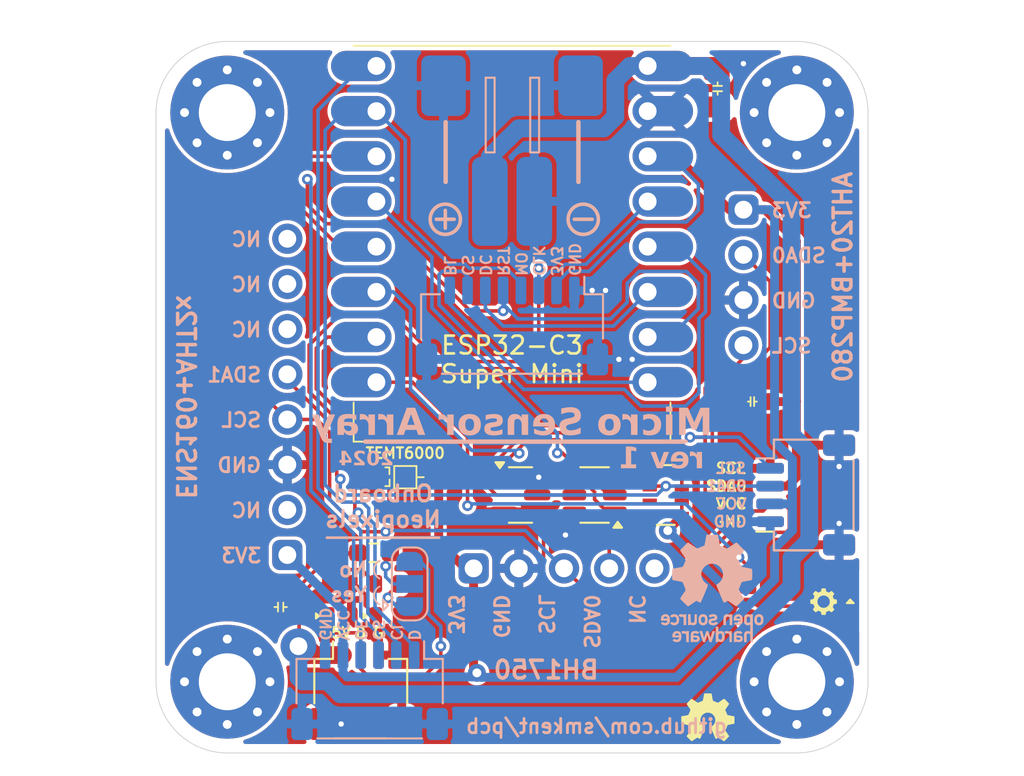
<source format=kicad_pcb>
(kicad_pcb (version 20240108) (generator "pcbnew") (generator_version "8.0")
  (layers (0 "F.Cu" signal) (31 "B.Cu" signal) (34 "B.Paste" user) (35 "F.Paste" user) (36 "B.SilkS" user "B.Silkscreen") (37 "F.SilkS" user "F.Silkscreen") (38 "B.Mask" user) (39 "F.Mask" user) (44 "Edge.Cuts" user))
  (net 0 "")
  (net 1 "LUX_SENSE")
  (net 2 "GND")
  (net 3 "+5V")
  (net 4 "Net-(LED1-A)")
  (net 5 "SEL")
  (net 6 "SDA")
  (net 7 "BUS1_SDA")
  (net 8 "BUS0_SDA")
  (net 9 "LED_STATUS")
  (net 10 "+3V3")
  (net 11 "SCL")
  (net 12 "NEOPIXEL_DATA")
  (net 13 "LCD_DC")
  (net 14 "SPI_MOSI")
  (net 15 "LCD_RESET")
  (net 16 "LCD_CS")
  (net 17 "SPI_CLK")
  (net 18 "LCD_BACKLIGHT")
  (net 19 "SR_CS")
  (net 20 "Net-(Q1A-G)")
  (net 28 "Net-(LED2-DOUT)")
  (net 29 "NEOPIXELS")
  (net 30 "Net-(JP1-C)")
  (net 31 "Net-(JP1-A)")
  (footprint "connectors:JST_SH_SM04B-SRSS-TB_1x04-1MP_P1.00mm_Horizontal" (layer "F.Cu") (at 136.5 65.5 90)
    (property "Reference" "J1")
    (property "Value" "JST SH")
  )
  (footprint "custom:R_0603_1608Metric_Pad0.98x0.95mm_HandSolder_simple" (layer "F.Cu") (at 133.25 71.5 -90)
    (property "Reference" "R1" (hide yes))
    (property "Value" "5K1")
  )
  (footprint "Package_TO_SOT_SMD:SOT-23" (layer "F.Cu") (at 120.475 65.5)
    (property "Reference" "Q2" (hide yes))
    (property "Value" "BSS138")
  )
  (footprint "custom:PinSocket_1x08_P2.54mm_Horizontal_descending_simple" (layer "F.Cu") (at 107.375 51.095)
    (property "Reference" "SM3" (hide yes))
    (property "Value" "~")
  )
  (footprint "custom:C_0603_1608Metric_Pad1.08x0.95mm_HandSolder" (layer "F.Cu") (at 133.5 60.25 180)
    (property "Reference" "C3" (hide yes))
    (property "Value" "10u")
  )
  (footprint "custom:C_0805_2012Metric_Pad1.18x1.45mm_HandSolder" (layer "F.Cu") (at 107 71.75 180)
    (property "Reference" "C2" (hide yes))
    (property "Value" "22u")
  )
  (footprint "Package_TO_SOT_SMD:SOT-23-6" (layer "F.Cu") (at 124.6375 65.5 180)
    (property "Reference" "Q1" (hide yes))
    (property "Value" "2N7002DW")
  )
  (footprint "lcsc:LED-SMD_4P-L2.0-W2.0-BR-1" (layer "F.Cu") (at 113 71.4 -90)
    (property "Reference" "LED2")
    (property "Value" "WS2812B-2020")
  )
  (footprint "Resistor_SMD:R_Array_Convex_4x0603" (layer "F.Cu") (at 128.6375 65.5)
    (property "Reference" "RN1" (hide yes))
    (property "Value" "10K")
  )
  (footprint "MountingHole:MountingHole_3.2mm_M3_Pad_Via" (layer "F.Cu") (at 136 76)
    (property "Reference" "REF**" (hide yes))
    (property "Value" "MountingHole_3.2mm_M3_Pad_Via")
  )
  (footprint "graphics:icon-gear-1.5mm" (layer "F.Cu") (at 137.5 71.5 90)
    (property "Reference" "G***" (hide yes))
    (property "Value" "LOGO" (hide yes))
  )
  (footprint "custom:R_0603_1608Metric_Pad0.98x0.95mm_HandSolder_simple" (layer "F.Cu") (at 114 66.5)
    (property "Reference" "R2" (hide yes))
    (property "Value" "10K")
  )
  (footprint "custom:PinSocket_1x05_P2.54mm_Horizontal_simple" (layer "F.Cu") (at 117.84 69.625 90)
    (property "Reference" "SM4" (hide yes))
    (property "Value" "~")
  )
  (footprint "MountingHole:MountingHole_3.2mm_M3_Pad_Via" (layer "F.Cu") (at 104 44)
    (property "Reference" "REF**" (hide yes))
    (property "Value" "MountingHole_3.2mm_M3_Pad_Via")
  )
  (footprint "lcsc:LED-SMD_4P-L2.0-W2.0-BR-1" (layer "F.Cu") (at 110.325 71.4 -90)
    (property "Reference" "LED3")
    (property "Value" "WS2812B-2020")
  )
  (footprint "MountingHole:MountingHole_3.2mm_M3_Pad_Via" (layer "F.Cu") (at 136 44)
    (property "Reference" "REF**" (hide yes))
    (property "Value" "MountingHole_3.2mm_M3_Pad_Via")
  )
  (footprint "modules:ESP32-C3-Super-Mini-Castellated-SMD" (layer "F.Cu") (at 120 49)
    (property "Reference" "SM1" (hide yes))
    (property "Value" "~")
  )
  (footprint "custom:C_0805_2012Metric_Pad1.18x1.45mm_HandSolder" (layer "F.Cu") (at 131.5 42.65 -90)
    (property "Reference" "C1" (hide yes))
    (property "Value" "22u")
  )
  (footprint "MountingHole:MountingHole_3.2mm_M3_Pad_Via" (layer "F.Cu") (at 104 76)
    (property "Reference" "REF**" (hide yes))
    (property "Value" "MountingHole_3.2mm_M3_Pad_Via")
  )
  (footprint "graphics:oshw-logo-3mm" (layer "F.Cu") (at 131 78)
    (property "Reference" "G***" (hide yes))
    (property "Value" "LOGO" (hide yes))
  )
  (footprint "custom:SENSORS-SMD_TEMT6000X01_HandSolder" (layer "F.Cu") (at 114 64.5)
    (property "Reference" "U1" (hide yes))
    (property "Value" "TEMT6000X01")
  )
  (footprint "custom:LED_0603_1608Metric_Pad1.05x0.95mm_HandSolder_simple" (layer "F.Cu") (at 139 71.5 -90)
    (property "Reference" "LED1" (hide yes))
    (property "Value" "Blue")
  )
  (footprint "Resistor_SMD:R_0603_1608Metric_Pad0.98x0.95mm_HandSolder" (layer "F.Cu") (at 112.25 68.75)
    (property "Reference" "R3" (hide yes))
    (property "Value" "100R")
  )
  (footprint "connectors:JST_SH_SM03B-SRSS-TB_1x03-1MP_P1.00mm_Horizontal" (layer "F.Cu") (at 111.5 76.5)
    (property "Reference" "J3")
    (property "Value" "JST SH")
  )
  (footprint "custom:PinSocket_1x04_P2.54mm_Horizontal_descending_simple" (layer "F.Cu") (at 133 57.08 180)
    (property "Reference" "SM2" (hide yes))
    (property "Value" "~")
  )
  (footprint "connectors:JST_SH_SM04B-SRSS-TB_1x04-1MP_P1.00mm_Horizontal" (layer "B.Cu") (at 136.5 65.5 -90)
    (property "Reference" "J2")
    (property "Value" "JST SH")
  )
  (footprint "connectors:JST_SH_SM08B-SRSS-TB_1x08-1MP_P1.00mm_Horizontal" (layer "B.Cu") (at 120 56 180)
    (property "Reference" "J4")
    (property "Value" "JST SH")
  )
  (footprint "connectors:JST_SH_SM06B-SRSS-TB_1x06-1MP_P1.00mm_Horizontal" (layer "B.Cu") (at 112 76.5 180)
    (property "Reference" "J5")
    (property "Value" "JST SH")
  )
  (footprint "custom:Conn_Combo_JST-1x02-XH_PH-SMD-pad2gnd" (layer "B.Cu") (at 120.000114 48.240541)
    (property "Reference" "J0" (hide yes))
    (property "Value" "JST XH/PH")
  )
  (footprint "Jumper:SolderJumper-3_P1.3mm_Open_RoundedPad1.0x1.5mm" (layer "B.Cu") (at 114.25 70.5 90)
    (property "Reference" "JP1" (hide yes))
    (property "Value" "Open")
  )
  (footprint "Symbol:OSHW-Logo_5.7x6mm_SilkScreen" (layer "B.Cu") (at 131.25 70.75 180)
    (property "Reference" "REF**" (hide yes))
    (property "Value" "OSHW-Logo_5.7x6mm_SilkScreen" (hide yes))
  )
  (gr_arc (start 112.559016 71.649999) (mid 112.25 71.15) (end 112.559016 70.650001) (stroke (width 0.1)) (layer "B.SilkS"))
  (gr_arc (start 112.559016 70.199998) (mid 112.249999 69.699999) (end 112.559016 69.2) (stroke (width 0.1)) (layer "B.SilkS"))
  (gr_line (start 116.25 50.5) (end 116.25 49.5) (stroke (width 0.2)) (layer "B.SilkS"))
  (gr_circle (center 124 50) (end 123.15 50) (stroke (width 0.2)) (fill none) (layer "B.SilkS"))
  (gr_line (start 116.75 50) (end 115.75 50) (stroke (width 0.2)) (layer "B.SilkS"))
  (gr_line (start 129.75 62.5) (end 111.75 62.5) (stroke (width 0.25)) (layer "B.SilkS"))
  (gr_circle (center 116.25 50) (end 115.4 50) (stroke (width 0.2)) (fill none) (layer "B.SilkS"))
  (gr_line (start 124.5 50) (end 123.5 50) (stroke (width 0.2)) (layer "B.SilkS"))
  (gr_line (start 115.9 67.9) (end 109.6 67.9) (stroke (width 0.15)) (layer "B.SilkS"))
  (gr_poly (pts (xy 104 40) (xy 103.80361 40.002394) (xy 103.412722 40.040893) (xy 103.02749 40.117521) (xy 102.651623 40.231539) (xy 102.288742 40.381849) (xy 101.942341 40.567004) (xy 101.615757 40.78522) (xy 101.312134 41.034397) (xy 101.034397 41.312134) (xy 100.78522 41.615757) (xy 100.567004 41.942341) (xy 100.381849 42.288742) (xy 100.231539 42.651623) (xy 100.117521 43.02749) (xy 100.040893 43.412722) (xy 100.002394 43.80361) (xy 100 44) (xy 100 54) (xy 100 66) (xy 100 76) (xy 100.002394 76.19639) (xy 100.040893 76.587278) (xy 100.117521 76.97251) (xy 100.231539 77.348377) (xy 100.381849 77.711258) (xy 100.567004 78.057659) (xy 100.78522 78.384243) (xy 101.034397 78.687866) (xy 101.312134 78.965603) (xy 101.615757 79.21478) (xy 101.942341 79.432996) (xy 102.288742 79.618151) (xy 102.651623 79.768461) (xy 103.02749 79.882479) (xy 103.412722 79.959107) (xy 103.80361 79.997606) (xy 104 80) (xy 136 80) (xy 136.19639 79.997606) (xy 136.587278 79.959107) (xy 136.97251 79.882479) (xy 137.348377 79.768461) (xy 137.711258 79.618151) (xy 138.057659 79.432996) (xy 138.384243 79.21478) (xy 138.687866 78.965603) (xy 138.965603 78.687866) (xy 139.21478 78.384243) (xy 139.432996 78.057659) (xy 139.618151 77.711258) (xy 139.768461 77.348377) (xy 139.882479 76.97251) (xy 139.959107 76.587278) (xy 139.997606 76.19639) (xy 140 76) (xy 140 66) (xy 140 54) (xy 140 44) (xy 139.997606 43.80361) (xy 139.959107 43.412722) (xy 139.882479 43.02749) (xy 139.768461 42.651623) (xy 139.618151 42.288742) (xy 139.432996 41.942341) (xy 139.21478 41.615757) (xy 138.965603 41.312134) (xy 138.687866 41.034397) (xy 138.384243 40.78522) (xy 138.057659 40.567004) (xy 137.711258 40.381849) (xy 137.348377 40.231539) (xy 136.97251 40.117521) (xy 136.587278 40.040893) (xy 136.19639 40.002394) (xy 136 40)) (stroke (width 0.05)) (fill none) (layer "Edge.Cuts"))
  (gr_text "GND" (at 119.38 71 270) (layer "B.SilkS") (effects (font (size 0.8 0.8) (thickness 0.16) (bold yes)) (justify right mirror)))
  (gr_text "NC" (at 127 71 270) (layer "B.SilkS") (effects (font (size 0.8 0.8) (thickness 0.16) (bold yes)) (justify right mirror)))
  (gr_text "3V3" (at 106 68.91 0) (layer "B.SilkS") (effects (font (size 0.8 0.8) (thickness 0.16) (bold yes)) (justify left mirror)))
  (gr_text "CS" (at 117.5 53.25 -90) (layer "B.SilkS") (effects (font (size 0.6 0.6) (thickness 0.12) (bold yes)) (justify left mirror)))
  (gr_text "Micro Sensor Array" (at 120 61.5 -0) (layer "B.SilkS") (effects (font (size 1.5 1.5) (thickness 0.3) (bold yes)) (justify mirror)))
  (gr_text "GND" (at 109.5 73.75 -90) (layer "B.SilkS") (effects (font (size 0.6 0.6) (thickness 0.12) (bold yes)) (justify left mirror)))
  (gr_text "SDA1" (at 106 58.75 0) (layer "B.SilkS") (effects (font (size 0.8 0.8) (thickness 0.16) (bold yes)) (justify left mirror)))
  (gr_text "No" (at 111.95 69.699999 0) (layer "B.SilkS") (effects (font (size 0.8 0.8) (thickness 0.16) (bold yes)) (justify left mirror)))
  (gr_text "Onboard\nNeopixels" (at 112.75 67.4 0) (layer "B.SilkS") (effects (font (size 0.9 0.9) (thickness 0.18) (bold yes)) (justify bottom mirror)))
  (gr_text "D" (at 114.5 73.75 -90) (layer "B.SilkS") (effects (font (size 0.6 0.6) (thickness 0.12) (bold yes)) (justify left mirror)))
  (gr_text "SDA0" (at 124.46 71 270) (layer "B.SilkS") (effects (font (size 0.8 0.8) (thickness 0.16) (bold yes)) (justify right mirror)))
  (gr_text "rev 1" (at 126 63.5 0) (layer "B.SilkS") (effects (font (size 1.2 1.2) (thickness 0.24) (bold yes)) (justify right mirror)))
  (gr_text "github.com/smkent/pcb" (at 124.75 78.5 0) (layer "B.SilkS") (effects (font (size 0.8 0.8) (thickness 0.16) (bold yes)) (justify mirror)))
  (gr_text "GND" (at 123.5 53.25 -90) (layer "B.SilkS") (effects (font (size 0.6 0.6) (thickness 0.12) (bold yes)) (justify left mirror)))
  (gr_text "BL" (at 116.5 53.25 -90) (layer "B.SilkS") (effects (font (size 0.6 0.6) (thickness 0.12) (bold yes)) (justify left mirror)))
  (gr_text "SCL" (at 121.92 71 270) (layer "B.SilkS") (effects (font (size 0.8 0.8) (thickness 0.16) (bold yes)) (justify right mirror)))
  (gr_text "RST" (at 119.5 53.25 -90) (layer "B.SilkS") (effects (font (size 0.6 0.6) (thickness 0.12) (bold yes)) (justify left mirror)))
  (gr_text "NC" (at 106 56.21 0) (layer "B.SilkS") (effects (font (size 0.8 0.8) (thickness 0.16) (bold yes)) (justify left mirror)))
  (gr_text "AHT20+BMP280" (at 138 53.25 90) (layer "B.SilkS") (effects (font (size 1 1) (thickness 0.2) (bold yes)) (justify top mirror)))
  (gr_text "MO" (at 120.5 53.25 -90) (layer "B.SilkS") (effects (font (size 0.6 0.6) (thickness 0.12) (bold yes)) (justify left mirror)))
  (gr_text "VCC" (at 133.25 66 0) (layer "B.SilkS") (effects (font (size 0.6 0.6) (thickness 0.12) (bold yes)) (justify left mirror)))
  (gr_text "VCC" (at 110.5 73.75 -90) (layer "B.SilkS") (effects (font (size 0.6 0.6) (thickness 0.12) (bold yes)) (justify left mirror)))
  (gr_text "GND" (at 106 63.83 0) (layer "B.SilkS") (effects (font (size 0.8 0.8) (thickness 0.16) (bold yes)) (justify left mirror)))
  (gr_text "DC" (at 118.5 53.25 -90) (layer "B.SilkS") (effects (font (size 0.6 0.6) (thickness 0.12) (bold yes)) (justify left mirror)))
  (gr_text "BH1750" (at 121.92 74.75 0) (layer "B.SilkS") (effects (font (size 1 1) (thickness 0.2) (bold yes)) (justify top mirror)))
  (gr_text "3V3" (at 122.5 53.25 -90) (layer "B.SilkS") (effects (font (size 0.6 0.6) (thickness 0.12) (bold yes)) (justify left mirror)))
  (gr_text "ENS160+AHT2x" (at 102.25 60 -90) (layer "B.SilkS") (effects (font (size 1 1) (thickness 0.2) (bold yes)) (justify top mirror)))
  (gr_text "NC" (at 106 51.13 0) (layer "B.SilkS") (effects (font (size 0.8 0.8) (thickness 0.16) (bold yes)) (justify left mirror)))
  (gr_text "SCL" (at 134.5 57.12 0) (layer "B.SilkS") (effects (font (size 0.8 0.8) (thickness 0.16) (bold yes)) (justify right mirror)))
  (gr_text "CL" (at 113.5 73.75 -90) (layer "B.SilkS") (effects (font (size 0.6 0.6) (thickness 0.12) (bold yes)) (justify left mirror)))
  (gr_text "GND" (at 134.5 54.58 0) (layer "B.SilkS") (effects (font (size 0.8 0.8) (thickness 0.16) (bold yes)) (justify right mirror)))
  (gr_text "SDA1" (at 133.25 65 0) (layer "B.SilkS") (effects (font (size 0.6 0.6) (thickness 0.12) (bold yes)) (justify left mirror)))
  (gr_text "NC" (at 106 53.67 0) (layer "B.SilkS") (effects (font (size 0.8 0.8) (thickness 0.16) (bold yes)) (justify left mirror)))
  (gr_text "NC" (at 106 66.37 0) (layer "B.SilkS") (effects (font (size 0.8 0.8) (thickness 0.16) (bold yes)) (justify left mirror)))
  (gr_text "OE" (at 111.5 73.75 -90) (layer "B.SilkS") (effects (font (size 0.6 0.6) (thickness 0.12) (bold yes)) (justify left mirror)))
  (gr_text "SDA0" (at 134.5 52.04 0) (layer "B.SilkS") (effects (font (size 0.8 0.8) (thickness 0.16) (bold yes)) (justify right mirror)))
  (gr_text "3V3" (at 134.5 49.5 0) (layer "B.SilkS") (effects (font (size 0.8 0.8) (thickness 0.16) (bold yes)) (justify right mirror)))
  (gr_text "CLK" (at 121.5 53.25 -90) (layer "B.SilkS") (effects (font (size 0.6 0.6) (thickness 0.12) (bold yes)) (justify left mirror)))
  (gr_text "SCL" (at 106 61.29 0) (layer "B.SilkS") (effects (font (size 0.8 0.8) (thickness 0.16) (bold yes)) (justify left mirror)))
  (gr_text "GND" (at 133.25 67 0) (layer "B.SilkS") (effects (font (size 0.6 0.6) (thickness 0.12) (bold yes)) (justify left mirror)))
  (gr_text "CS" (at 112.5 73.75 -90) (layer "B.SilkS") (effects (font (size 0.6 0.6) (thickness 0.12) (bold yes)) (justify left mirror)))
  (gr_text "2024" (at 110.25 63.5 0) (layer "B.SilkS") (effects (font (size 0.8 0.8) (thickness 0.24) (bold yes)) (justify right mirror)))
  (gr_text "SCL" (at 133.2 64 0) (layer "B.SilkS") (effects (font (size 0.6 0.6) (thickness 0.12) (bold yes)) (justify left mirror)))
  (gr_text "Yes" (at 111.95 71.1 0) (layer "B.SilkS") (effects (font (size 0.8 0.8) (thickness 0.16) (bold yes)) (justify left mirror)))
  (gr_text "3V3" (at 116.84 71 270) (layer "B.SilkS") (effects (font (size 0.8 0.8) (thickness 0.16) (bold yes)) (justify right mirror)))
  (gr_text "VCC" (at 133.25 66 0) (layer "F.SilkS") (effects (font (size 0.6 0.6) (thickness 0.12) (bold yes)) (justify right)))
  (gr_text "SCL" (at 133.2 64 0) (layer "F.SilkS") (effects (font (size 0.6 0.6) (thickness 0.12) (bold yes)) (justify right)))
  (gr_text "SDA0" (at 133.25 65 0) (layer "F.SilkS") (effects (font (size 0.6 0.6) (thickness 0.12) (bold yes)) (justify right)))
  (gr_text "5V" (at 110.4 73.6 0) (layer "F.SilkS") (effects (font (size 0.6 0.6) (thickness 0.12) (bold yes)) (justify bottom)))
  (gr_text "G" (at 112.5 73.6 0) (layer "F.SilkS") (effects (font (size 0.6 0.6) (thickness 0.12) (bold yes)) (justify bottom)))
  (gr_text "GND" (at 133.25 67 0) (layer "F.SilkS") (effects (font (size 0.6 0.6) (thickness 0.12) (bold yes)) (justify right)))
  (gr_text "D" (at 111.5 73.6 0) (layer "F.SilkS") (effects (font (size 0.6 0.6) (thickness 0.12) (bold yes)) (justify bottom)))
  (gr_text "TEMT6000" (at 114 63.5 0) (layer "F.SilkS") (effects (font (size 0.6 0.6) (thickness 0.12) (bold yes)) (justify bottom)))
  (segment (start 111.69 63.94) (end 110.95 63.2) (width 0.2) (layer "F.Cu") (net 1))
  (segment (start 109 59.535) (end 109 57.25) (width 0.2) (layer "F.Cu") (net 1))
  (segment (start 112.77 63.94) (end 112.12 63.94) (width 0.2) (layer "F.Cu") (net 1))
  (segment (start 113.0875 64.2575) (end 112.77 63.94) (width 0.2) (layer "F.Cu") (net 1))
  (segment (start 109.63 56.62) (end 112.38 56.62) (width 0.2) (layer "F.Cu") (net 1))
  (segment (start 110.95 63.2) (end 110.95 61.485) (width 0.2) (layer "F.Cu") (net 1))
  (segment (start 112.12 63.94) (end 111.69 63.94) (width 0.2) (layer "F.Cu") (net 1))
  (segment (start 113.0875 66.5) (end 113.0875 64.2575) (width 0.2) (layer "F.Cu") (net 1))
  (segment (start 109 57.25) (end 109.63 56.62) (width 0.2) (layer "F.Cu") (net 1))
  (segment (start 110.95 61.485) (end 109 59.535) (width 0.2) (layer "F.Cu") (net 1))
  (segment (start 111.415686 72.85) (end 112.5 73.934314) (width 0.2) (layer "F.Cu") (net 2))
  (segment (start 110.975 72.725) (end 111.1 72.85) (width 0.2) (layer "F.Cu") (net 2))
  (segment (start 111.1 72.85) (end 111.415686 72.85) (width 0.2) (layer "F.Cu") (net 2))
  (segment (start 112.5 73.934314) (end 112.5 74.5) (width 0.2) (layer "F.Cu") (net 2))
  (segment (start 110.975 72.3) (end 110.975 72.725) (width 0.2) (layer "F.Cu") (net 2))
  (via (at 121.5 64.5) (size 0.6) (drill 0.3) (layers "F.Cu" "B.Cu") (net 2))
  (via (at 110.4 78.375) (size 0.6) (drill 0.3) (layers "F.Cu" "B.Cu") (net 2))
  (via (at 138.375 67.1) (size 0.6) (drill 0.3) (layers "F.Cu" "B.Cu") (net 2))
  (via (at 123 67.75) (size 0.6) (drill 0.3) (layers "F.Cu" "B.Cu") (net 2))
  (via (at 126.75 57.875) (size 0.6) (drill 0.3) (layers "F.Cu" "B.Cu") (net 2))
  (via (at 124.5 54) (size 0.6) (drill 0.3) (layers "F.Cu" "B.Cu") (net 2))
  (via (at 138.375 63.9) (size 0.6) (drill 0.3) (layers "F.Cu" "B.Cu") (net 2))
  (via (at 133 41.25) (size 0.6) (drill 0.3) (layers "F.Cu" "B.Cu") (net 2))
  (via (at 113.25 47.75) (size 0.6) (drill 0.3) (layers "F.Cu" "B.Cu") (net 2))
  (via (at 126 57.875) (size 0.6) (drill 0.3) (layers "F.Cu" "B.Cu") (net 2))
  (via (at 125.25 54) (size 0.6) (drill 0.3) (layers "F.Cu" "B.Cu") (net 2))
  (segment (start 134.5 67) (end 134.75 67) (width 0.2) (layer "B.Cu") (net 2))
  (segment (start 108.0375 71.2125) (end 108.0375 71.75) (width 0.2) (layer "F.Cu") (net 3))
  (segment (start 109.675 70.5) (end 108.75 70.5) (width 0.2) (layer "F.Cu") (net 3))
  (segment (start 108 74) (end 108.5 74.5) (width 1) (layer "F.Cu") (net 3))
  (segment (start 111.55 69.7) (end 110.475 69.7) (width 0.2) (layer "F.Cu") (net 3))
  (segment (start 109.5 74.5) (end 108.0375 73.0375) (width 0.2) (layer "F.Cu") (net 3))
  (segment (start 108.75 70.5) (end 108.0375 71.2125) (width 0.2) (layer "F.Cu") (net 3))
  (segment (start 110.5 74.5) (end 109.5 74.5) (width 0.2) (layer "F.Cu") (net 3))
  (segment (start 127.62 41.38) (end 131.2675 41.38) (width 1) (layer "F.Cu") (net 3))
  (segment (start 108.0375 73.0375) (end 108.0375 71.75) (width 0.2) (layer "F.Cu") (net 3))
  (segment (start 131.2675 41.38) (end 131.5 41.6125) (width 1) (layer "F.Cu") (net 3))
  (segment (start 108.5 74.5) (end 110.5 74.5) (width 1) (layer "F.Cu") (net 3))
  (segment (start 110.475 69.7) (end 109.675 70.5) (width 0.2) (layer "F.Cu") (net 3))
  (segment (start 112.35 70.5) (end 111.55 69.7) (width 0.2) (layer "F.Cu") (net 3))
  (via (at 108 74) (size 2) (drill 1) (layers "F.Cu" "B.Cu") (net 3))
  (segment (start 135.7 62.106498) (end 136.7 63.106498) (width 1) (layer "B.Cu") (net 3))
  (segment (start 126.62 41.38) (end 127.62 41.38) (width 1) (layer "B.Cu") (net 3))
  (segment (start 118.750114 46.490541) (end 119.796671 45.443984) (width 1) (layer "B.Cu") (net 3))
  (segment (start 131.75 42.25) (end 131.75 45.265433) (width 1) (layer "B.Cu") (net 3))
  (segment (start 135.7 69.05) (end 135.7 70.643503) (width 1) (layer "B.Cu") (net 3))
  (segment (start 125.800114 44.236413) (end 125.800114 42.199886) (width 1) (layer "B.Cu") (net 3))
  (segment (start 120.359459 44.890541) (end 125.145986 44.890541) (width 1) (layer "B.Cu") (net 3))
  (segment (start 118.750114 48.990541) (end 118.750114 46.490541) (width 1) (layer "B.Cu") (net 3))
  (segment (start 135.7 70.643503) (end 129.643503 76.7) (width 1) (layer "B.Cu") (net 3))
  (segment (start 108 75.75) (end 108 74) (width 1) (layer "B.Cu") (net 3))
  (segment (start 110.356498 76.7) (end 109.631498 75.975) (width 1) (layer "B.Cu") (net 3))
  (segment (start 125.145986 44.890541) (end 125.800114 44.236413) (width 1) (layer "B.Cu") (net 3))
  (segment (start 109.631498 75.975) (end 108.225 75.975) (width 1) (layer "B.Cu") (net 3))
  (segment (start 129.643503 76.7) (end 110.356498 76.7) (width 1) (layer "B.Cu") (net 3))
  (segment (start 135.7 49.215433) (end 135.7 62.106498) (width 1) (layer "B.Cu") (net 3))
  (segment (start 108.225 75.975) (end 108 75.75) (width 1) (layer "B.Cu") (net 3))
  (segment (start 127.62 41.38) (end 130.88 41.38) (width 1) (layer "B.Cu") (net 3))
  (segment (start 136.7 63.106498) (end 136.7 68.05) (width 1) (layer "B.Cu") (net 3))
  (segment (start 131.75 45.265433) (end 135.7 49.215433) (width 1) (layer "B.Cu") (net 3))
  (segment (start 125.800114 42.199886) (end 126.62 41.38) (width 1) (layer "B.Cu") (net 3))
  (segment (start 136.7 68.05) (end 135.7 69.05) (width 1) (layer "B.Cu") (net 3))
  (segment (start 130.88 41.38) (end 131.75 42.25) (width 1) (layer "B.Cu") (net 3))
  (segment (start 119.796671 45.443984) (end 119.806016 45.443984) (width 1) (layer "B.Cu") (net 3))
  (segment (start 119.806016 45.443984) (end 120.359459 44.890541) (width 1) (layer "B.Cu") (net 3))
  (segment (start 134.45625 71.75) (end 137.8125 71.75) (width 0.2) (layer "F.Cu") (net 4))
  (segment (start 138.4375 72.375) (end 139 72.375) (width 0.2) (layer "F.Cu") (net 4))
  (segment (start 137.8125 71.75) (end 138.4375 72.375) (width 0.2) (layer "F.Cu") (net 4))
  (segment (start 133.79375 72.4125) (end 134.45625 71.75) (width 0.2) (layer "F.Cu") (net 4))
  (segment (start 133.25 72.4125) (end 133.79375 72.4125) (width 0.2) (layer "F.Cu") (net 4))
  (segment (start 119.5375 63.737634) (end 120.875134 62.4) (width 0.2) (layer "F.Cu") (net 5))
  (segment (start 122.653052 62.4) (end 124.4625 64.209448) (width 0.2) (layer "F.Cu") (net 5))
  (segment (start 124.4625 64.540552) (end 125.421948 65.5) (width 0.2) (layer "F.Cu") (net 5))
  (segment (start 120.875134 62.4) (end 122.653052 62.4) (width 0.2) (layer "F.Cu") (net 5))
  (segment (start 125.421948 65.5) (end 125.775 65.5) (width 0.2) (layer "F.Cu") (net 5))
  (segment (start 124.4625 64.209448) (end 124.4625 64.540552) (width 0.2) (layer "F.Cu") (net 5))
  (segment (start 119.5375 64.55) (end 119.5375 63.737634) (width 0.2) (layer "F.Cu") (net 5))
  (via (at 120.403989 63.153989) (size 0.6) (drill 0.3) (layers "F.Cu" "B.Cu") (net 5))
  (segment (start 120.403989 63.153989) (end 120.25 63) (width 0.2) (layer "B.Cu") (net 5))
  (segment (start 113.33 54.08) (end 112.38 54.08) (width 0.2) (layer "B.Cu") (net 5))
  (segment (start 120.25 63) (end 117.75 63) (width 0.2) (layer "B.Cu") (net 5))
  (segment (start 114.3 55.05) (end 113.33 54.08) (width 0.2) (layer "B.Cu") (net 5))
  (segment (start 117.75 63) (end 114.3 59.55) (width 0.2) (layer "B.Cu") (net 5))
  (segment (start 114.3 59.55) (end 114.3 55.05) (width 0.2) (layer "B.Cu") (net 5))
  (segment (start 123.5 64.55) (end 123.853052 64.55) (width 0.2) (layer "F.Cu") (net 6))
  (segment (start 124.6375 65.334448) (end 124.6375 65.75) (width 0.2) (layer "F.Cu") (net 6))
  (segment (start 122.828788 63.141422) (end 123.5 63.812634) (width 0.2) (layer "F.Cu") (net 6))
  (segment (start 123.853052 64.55) (end 124.6375 65.334448) (width 0.2) (layer "F.Cu") (net 6))
  (segment (start 125.3375 66.45) (end 125.775 66.45) (width 0.2) (layer "F.Cu") (net 6))
  (segment (start 123.5 63.812634) (end 123.5 64.55) (width 0.2) (layer "F.Cu") (net 6))
  (segment (start 124.6375 65.75) (end 125.3375 66.45) (width 0.2) (layer "F.Cu") (net 6))
  (segment (start 122.545944 63.141422) (end 122.828788 63.141422) (width 0.2) (layer "F.Cu") (net 6))
  (via (at 122.545944 63.141422) (size 0.6) (drill 0.3) (layers "F.Cu" "B.Cu") (net 6))
  (segment (start 115.5 54.981238) (end 115.5 52.12) (width 0.2) (layer "B.Cu") (net 6))
  (segment (start 115.5 52.12) (end 112.38 49) (width 0.2) (layer "B.Cu") (net 6))
  (segment (start 122.545944 63.141422) (end 122.545944 62.027182) (width 0.2) (layer "B.Cu") (net 6))
  (segment (start 122.545944 62.027182) (end 115.5 54.981238) (width 0.2) (layer "B.Cu") (net 6))
  (segment (start 127.8375 65) (end 127.7375 65.1) (width 0.2) (layer "F.Cu") (net 7))
  (segment (start 127.7375 65.1) (end 127.1375 65.1) (width 0.2) (layer "F.Cu") (net 7))
  (segment (start 110.15 61.816372) (end 107.375 59.041372) (width 0.2) (layer "F.Cu") (net 7))
  (segment (start 126.5875 64.55) (end 125.775 64.55) (width 0.2) (layer "F.Cu") (net 7))
  (segment (start 107.375 59.041372) (end 107.375 58.715) (width 0.2) (layer "F.Cu") (net 7))
  (segment (start 110.35 64.601162) (end 110.15 64.401162) (width 0.2) (layer "F.Cu") (net 7))
  (segment (start 110.15 64.401162) (end 110.15 61.816372) (width 0.2) (layer "F.Cu") (net 7))
  (segment (start 127.1375 65.1) (end 126.5875 64.55) (width 0.2) (layer "F.Cu") (net 7))
  (segment (start 128.637498 65) (end 127.8375 65) (width 0.2) (layer "F.Cu") (net 7))
  (via (at 110.35 64.601162) (size 0.6) (drill 0.3) (layers "F.Cu" "B.Cu") (net 7))
  (via (at 128.637498 65) (size 0.6) (drill 0.3) (layers "F.Cu" "B.Cu") (net 7))
  (segment (start 110.35 64.601162) (end 110.35 65.218628) (width 0.2) (layer "B.Cu") (net 7))
  (segment (start 128.137498 65.5) (end 128.637498 65) (width 0.2) (layer "B.Cu") (net 7))
  (segment (start 110.35 65.218628) (end 110.631372 65.5) (width 0.2) (layer "B.Cu") (net 7))
  (segment (start 110.631372 65.5) (end 128.137498 65.5) (width 0.2) (layer "B.Cu") (net 7))
  (segment (start 134.5 65) (end 128.637498 65) (width 0.2) (layer "B.Cu") (net 7))
  (segment (start 135.575 66.300001) (end 135.274999 66) (width 0.2) (layer "F.Cu") (net 8))
  (segment (start 122.843654 71.175) (end 128.642032 71.175) (width 0.2) (layer "F.Cu") (net 8))
  (segment (start 129.55 70.265686) (end 132.215686 67.6) (width 0.2) (layer "F.Cu") (net 8))
  (segment (start 126.9375 66.7) (end 126.5375 67.1) (width 0.2) (layer "F.Cu") (net 8))
  (segment (start 133.135685 58.23) (end 133.476346 58.23) (width 0.2) (layer "F.Cu") (net 8))
  (segment (start 132.265685 59.1) (end 133.135685 58.23) (width 0.2) (layer "F.Cu") (net 8))
  (segment (start 135.274999 66) (end 134.5 66) (width 0.2) (layer "F.Cu") (net 8))
  (segment (start 132.15 66.4) (end 131.25 65.5) (width 0.2) (layer "F.Cu") (net 8))
  (segment (start 129.55 70.267032) (end 129.55 70.265686) (width 0.2) (layer "F.Cu") (net 8))
  (segment (start 134.5 53.5) (end 133 52) (width 0.2) (layer "F.Cu") (net 8))
  (segment (start 131.8 59.1) (end 132.265685 59.1) (width 0.2) (layer "F.Cu") (net 8))
  (segment (start 134.5 57.206346) (end 134.5 53.5) (width 0.2) (layer "F.Cu") (net 8))
  (segment (start 121.77 70.101346) (end 122.843654 71.175) (width 0.2) (layer "F.Cu") (net 8))
  (segment (start 131.25 65.5) (end 131.25 59.65) (width 0.2) (layer "F.Cu") (net 8))
  (segment (start 123.5 66.45) (end 122.837501 66.45) (width 0.2) (layer "F.Cu") (net 8))
  (segment (start 128.642032 71.175) (end 129.55 70.267032) (width 0.2) (layer "F.Cu") (net 8))
  (segment (start 121.77 67.517501) (end 121.77 70.101346) (width 0.2) (layer "F.Cu") (net 8))
  (segment (start 132.215686 67.6) (end 135.4 67.6) (width 0.2) (layer "F.Cu") (net 8))
  (segment (start 133.476346 58.23) (end 134.5 57.206346) (width 0.2) (layer "F.Cu") (net 8))
  (segment (start 135.4 67.6) (end 135.575 67.425) (width 0.2) (layer "F.Cu") (net 8))
  (segment (start 135.575 67.425) (end 135.575 66.300001) (width 0.2) (layer "F.Cu") (net 8))
  (segment (start 134.1 66.4) (end 132.15 66.4) (width 0.2) (layer "F.Cu") (net 8))
  (segment (start 127.7375 66.7) (end 126.9375 66.7) (width 0.2) (layer "F.Cu") (net 8))
  (segment (start 122.837501 66.45) (end 121.77 67.517501) (width 0.2) (layer "F.Cu") (net 8))
  (segment (start 124.025 66.975) (end 123.5 66.45) (width 0.2) (layer "F.Cu") (net 8))
  (segment (start 134.5 66) (end 134.1 66.4) (width 0.2) (layer "F.Cu") (net 8))
  (segment (start 124.15 67.1) (end 124.025 66.975) (width 0.2) (layer "F.Cu") (net 8))
  (segment (start 125.46 68.41) (end 124.025 66.975) (width 0.2) (layer "F.Cu") (net 8))
  (segment (start 126.5375 67.1) (end 124.15 67.1) (width 0.2) (layer "F.Cu") (net 8))
  (segment (start 131.25 59.65) (end 131.8 59.1) (width 0.2) (layer "F.Cu") (net 8))
  (segment (start 125.46 69.625) (end 125.46 68.41) (width 0.2) (layer "F.Cu") (net 8))
  (segment (start 117.5 62.25) (end 114.41 59.16) (width 0.2) (layer "F.Cu") (net 9))
  (segment (start 117.5 66.1) (end 117.5 62.25) (width 0.2) (layer "F.Cu") (net 9))
  (segment (start 132.75 69) (end 133.25 69.5) (width 0.2) (layer "F.Cu") (net 9))
  (segment (start 133.25 69.5) (end 133.25 70.5875) (width 0.2) (layer "F.Cu") (net 9))
  (segment (start 114.41 59.16) (end 112.38 59.16) (width 0.2) (layer "F.Cu") (net 9))
  (via (at 117.5 66.1) (size 0.6) (drill 0.3) (layers "F.Cu" "B.Cu") (net 9))
  (via (at 132.75 69) (size 0.6) (drill 0.3) (layers "F.Cu" "B.Cu") (net 9))
  (segment (start 129.75 66) (end 132.75 69) (width 0.2) (layer "B.Cu") (net 9))
  (segment (start 117.6 66) (end 129.75 66) (width 0.2) (layer "B.Cu") (net 9))
  (segment (start 117.5 66.1) (end 117.6 66) (width 0.2) (layer "B.Cu") (net 9))
  (segment (start 115.88 64.5) (end 115.88 68.13) (width 0.5) (layer "F.Cu") (net 10))
  (segment (start 115.88 68.13) (end 117.375 69.625) (width 0.5) (layer "F.Cu") (net 10))
  (segment (start 117.84 75.315) (end 117.84 69.625) (width 0.5) (layer "F.Cu") (net 10))
  (segment (start 129.5375 65.9) (end 129.5375 66.7) (width 0.2) (layer "F.Cu") (net 10))
  (segment (start 132.21 49.46) (end 129.21 46.46) (width 0.5) (layer "F.Cu") (net 10))
  (segment (start 129.5375 65.9) (end 129.5375 64.3) (width 0.2) (layer "F.Cu") (net 10))
  (segment (start 133 49.46) (end 132.21 49.46) (width 0.5) (layer "F.Cu") (net 10))
  (segment (start 135.975 64.506238) (end 135.481238 65) (width 0.5) (layer "F.Cu") (net 10))
  (segment (start 135.975 51.225) (end 134.21 49.46) (width 0.5) (layer "F.Cu") (net 10))
  (segment (start 129.21 46.46) (end 127.62 46.46) (width 0.5) (layer "F.Cu") (net 10))
  (segment (start 118.025 75.5) (end 117.84 75.315) (width 0.5) (layer "F.Cu") (net 10))
  (segment (start 117.375 69.625) (end 117.84 69.625) (width 0.5) (layer "F.Cu") (net 10))
  (segment (start 135.975 60.25) (end 135.975 51.225) (width 0.5) (layer "F.Cu") (net 10))
  (segment (start 128.75 67.5) (end 128.75 67.4875) (width 0.5) (layer "F.Cu") (net 10))
  (segment (start 135.481238 65) (end 134.5 65) (width 0.5) (layer "F.Cu") (net 10))
  (segment (start 134.21 49.46) (end 133 49.46) (width 0.5) (layer "F.Cu") (net 10))
  (segment (start 128.75 67.4875) (end 129.5375 66.7) (width 0.5) (layer "F.Cu") (net 10))
  (segment (start 135.975 60.25) (end 135.975 64.506238) (width 0.5) (layer "F.Cu") (net 10))
  (segment (start 135.975 60.25) (end 134.3625 60.25) (width 0.5) (layer "F.Cu") (net 10))
  (via (at 128.75 67.5) (size 1) (drill 0.5) (layers "F.Cu" "B.Cu") (net 10))
  (via (at 118.025 75.5) (size 1) (drill 0.5) (layers "F.Cu" "B.Cu") (net 10))
  (segment (start 134.75 62.5) (end 134.75 49.75) (width 0.5) (layer "B.Cu") (net 10))
  (segment (start 122.5 54) (end 122.5 53.584448) (width 0.2) (layer "B.Cu") (net 10))
  (segment (start 128.75 67.5) (end 133.125 71.875) (width 0.5) (layer "B.Cu") (net 10))
  (segment (start 134.75 70.25) (end 134.75 68.5) (width 0.5) (layer "B.Cu") (net 10))
  (segment (start 133.125 71.875) (end 134.75 70.25) (width 0.5) (layer "B.Cu") (net 10))
  (segment (start 110.725 75.725) (end 110.5 75.5) (width 0.5) (layer "B.Cu") (net 10))
  (segment (start 130.47 49.476346) (end 130.47 48.03) (width 0.2) (layer "B.Cu") (net 10))
  (segment (start 129.25 75.75) (end 133.125 71.875) (width 0.5) (layer "B.Cu") (net 10))
  (segment (start 110.5 72) (end 110.5 74.5) (width 0.5) (layer "B.Cu") (net 10))
  (segment (start 110.5 75.5) (end 110.5 74.5) (width 0.5) (layer "B.Cu") (net 10))
  (segment (start 128.9 46.46) (end 127.62 46.46) (width 0.2) (layer "B.Cu") (net 10))
  (segment (start 130.47 48.03) (end 128.9 46.46) (width 0.2) (layer "B.Cu") (net 10))
  (segment (start 134.75 68.5) (end 135.75 67.5) (width 0.5) (layer "B.Cu") (net 10))
  (segment (start 135.75 66) (end 134.5 66) (width 0.5) (layer "B.Cu") (net 10))
  (segment (start 134.75 49.75) (end 134.46 49.46) (width 0.5) (layer "B.Cu") (net 10))
  (segment (start 134.46 49.46) (end 133 49.46) (width 0.5) (layer "B.Cu") (net 10))
  (segment (start 135.75 66) (end 135.75 63.5) (width 0.5) (layer "B.Cu") (net 10))
  (segment (start 122.5 53.584448) (end 123.159448 52.925) (width 0.2) (layer "B.Cu") (net 10))
  (segment (start 107.375 68.875) (end 110.5 72) (width 0.5) (layer "B.Cu") (net 10))
  (segment (start 129.796346 50.15) (end 130.47 49.476346) (width 0.2) (layer "B.Cu") (net 10))
  (segment (start 118.275 75.75) (end 129.25 75.75) (width 0.5) (layer "B.Cu") (net 10))
  (segment (start 117.8 75.725) (end 110.725 75.725) (width 0.5) (layer "B.Cu") (net 10))
  (segment (start 118.025 75.5) (end 117.8 75.725) (width 0.5) (layer "B.Cu") (net 10))
  (segment (start 118.025 75.5) (end 118.275 75.75) (width 0.5) (layer "B.Cu") (net 10))
  (segment (start 135.75 63.5) (end 134.75 62.5) (width 0.5) (layer "B.Cu") (net 10))
  (segment (start 124.325 52.925) (end 127.1 50.15) (width 0.2) (layer "B.Cu") (net 10))
  (segment (start 127.1 50.15) (end 129.796346 50.15) (width 0.2) (layer "B.Cu") (net 10))
  (segment (start 135.75 67.5) (end 135.75 66) (width 0.5) (layer "B.Cu") (net 10))
  (segment (start 123.159448 52.925) (end 124.325 52.925) (width 0.2) (layer "B.Cu") (net 10))
  (segment (start 105.5 50.5) (end 106.75 49.25) (width 0.2) (layer "F.Cu") (net 11))
  (segment (start 110.29 51.54) (end 112.38 51.54) (width 0.2) (layer "F.Cu") (net 11))
  (segment (start 128.476346 70.775) (end 129.15 70.101346) (width 0.2) (layer "F.Cu") (net 11))
  (segment (start 134.5 67) (end 132.184314 67) (width 0.2) (layer "F.Cu") (net 11))
  (segment (start 109.75 61.982058) (end 109.022942 61.255) (width 0.2) (layer "F.Cu") (net 11))
  (segment (start 130.85 65.665686) (end 130.85 62.7) (width 0.2) (layer "F.Cu") (net 11))
  (segment (start 106.75 49.25) (end 108 49.25) (width 0.2) (layer "F.Cu") (net 11))
  (segment (start 109.75 65.75) (end 109.75 61.982058) (width 0.2) (layer "F.Cu") (net 11))
  (segment (start 129.15 70.1) (end 132.25 67) (width 0.2) (layer "F.Cu") (net 11))
  (segment (start 133 57.08) (end 133 57.8) (width 0.2) (layer "F.Cu") (net 11))
  (segment (start 107.375 61.255) (end 105.5 59.38) (width 0.2) (layer "F.Cu") (net 11))
  (segment (start 132.184314 67) (end 130.85 65.665686) (width 0.2) (layer "F.Cu") (net 11))
  (segment (start 130 62.25) (end 130.85 62.25) (width 0.2) (layer "F.Cu") (net 11))
  (segment (start 105.5 59.38) (end 105.5 50.5) (width 0.2) (layer "F.Cu") (net 11))
  (segment (start 111.564846 67.564846) (end 109.75 65.75) (width 0.2) (layer "F.Cu") (net 11))
  (segment (start 129.15 70.101346) (end 129.15 70.1) (width 0.2) (layer "F.Cu") (net 11))
  (segment (start 112.9 67.564846) (end 111.564846 67.564846) (width 0.2) (layer "F.Cu") (net 11))
  (segment (start 130.85 62.7) (end 130.85 62.25) (width 0.2) (layer "F.Cu") (net 11))
  (segment (start 108 49.25) (end 110.29 51.54) (width 0.2) (layer "F.Cu") (net 11))
  (segment (start 132.1 58.7) (end 131.634314 58.7) (width 0.2) (layer "F.Cu") (net 11))
  (segment (start 109.022942 61.255) (end 107.375 61.255) (width 0.2) (layer "F.Cu") (net 11))
  (segment (start 124.07 70.775) (end 128.476346 70.775) (width 0.2) (layer "F.Cu") (net 11))
  (segment (start 130.85 59.484314) (end 130.85 62.7) (width 0.2) (layer "F.Cu") (net 11))
  (segment (start 122.92 69.625) (end 124.07 70.775) (width 0.2) (layer "F.Cu") (net 11))
  (segment (start 131.634314 58.7) (end 130.85 59.484314) (width 0.2) (layer "F.Cu") (net 11))
  (segment (start 133 57.8) (end 132.1 58.7) (width 0.2) (layer "F.Cu") (net 11))
  (via (at 130 62.25) (size 0.6) (drill 0.3) (layers "F.Cu" "B.Cu") (net 11))
  (via (at 112.9 67.564846) (size 0.6) (drill 0.3) (layers "F.Cu" "B.Cu") (net 11))
  (segment (start 132.75 62.25) (end 130 62.25) (width 0.2) (layer "B.Cu") (net 11))
  (segment (start 112.9 67.564846) (end 112.964846 67.5) (width 0.2) (layer "B.Cu") (net 11))
  (segment (start 122.875 69.625) (end 122.92 69.625) (width 0.2) (layer "B.Cu") (net 11))
  (segment (start 120.75 67.5) (end 122.875 69.625) (width 0.2) (layer "B.Cu") (net 11))
  (segment (start 134.5 64) (end 132.75 62.25) (width 0.2) (layer "B.Cu") (net 11))
  (segment (start 112.964846 67.5) (end 120.75 67.5) (width 0.2) (layer "B.Cu") (net 11))
  (segment (start 111.800001 75.575) (end 111.5 75.274999) (width 0.2) (layer "F.Cu") (net 12))
  (segment (start 110 73.25) (end 111.25 73.25) (width 0.2) (layer "F.Cu") (net 12))
  (segment (start 111.5 75.274999) (end 111.5 74.5) (width 0.2) (layer "F.Cu") (net 12))
  (segment (start 111.25 73.25) (end 111.5 73.5) (width 0.2) (layer "F.Cu") (net 12))
  (segment (start 116 74.75) (end 115.175 75.575) (width 0.2) (layer "F.Cu") (net 12))
  (segment (start 109.675 72.3) (end 109.675 72.925) (width 0.2) (layer "F.Cu") (net 12))
  (segment (start 116 74) (end 116 74.75) (width 0.2) (layer "F.Cu") (net 12))
  (segment (start 111.5 73.5) (end 111.5 74.5) (width 0.2) (layer "F.Cu") (net 12))
  (segment (start 115.175 75.575) (end 111.800001 75.575) (width 0.2) (layer "F.Cu") (net 12))
  (segment (start 109.675 72.925) (end 110 73.25) (width 0.2) (layer "F.Cu") (net 12))
  (via (at 116 74) (size 0.6) (drill 0.3) (layers "F.Cu" "B.Cu") (net 12))
  (segment (start 114.8 69.2) (end 114.25 69.2) (width 0.2) (layer "B.Cu") (net 12))
  (segment (start 116 74) (end 116 72.89) (width 0.2) (layer "B.Cu") (net 12))
  (segment (start 114.25 69.25) (end 114 69.5) (width 0.2) (layer "B.Cu") (net 12))
  (segment (start 115.305 72.195) (end 115.305 69.705) (width 0.2) (layer "B.Cu") (net 12))
  (segment (start 115.305 69.705) (end 114.8 69.2) (width 0.2) (layer "B.Cu") (net 12))
  (segment (start 116 72.89) (end 115.305 72.195) (width 0.2) (layer "B.Cu") (net 12))
  (segment (start 127.62 54.08) (end 125.7 56) (width 0.2) (layer "B.Cu") (net 13))
  (segment (start 125.7 56) (end 119.5 56) (width 0.2) (layer "B.Cu") (net 13))
  (segment (start 118.5 55) (end 118.5 54) (width 0.2) (layer "B.Cu") (net 13))
  (segment (start 119.5 56) (end 118.5 55) (width 0.2) (layer "B.Cu") (net 13))
  (segment (start 117.365685 52.525) (end 116.470686 52.525) (width 0.2) (layer "B.Cu") (net 14))
  (segment (start 110.465686 65.9) (end 109.5 64.934314) (width 0.2) (layer "B.Cu") (net 14))
  (segment (start 114.5 74) (end 112.3 71.8) (width 0.2) (layer "B.Cu") (net 14))
  (segment (start 109.5 45) (end 110.58 43.92) (width 0.2) (layer "B.Cu") (net 14))
  (segment (start 114 45.54) (end 112.38 43.92) (width 0.2) (layer "B.Cu") (net 14))
  (segment (start 109.5 64.934314) (end 109.5 45) (width 0.2) (layer "B.Cu") (net 14))
  (segment (start 112.3 71.8) (end 112.3 67.168628) (width 0.2) (layer "B.Cu") (net 14))
  (segment (start 120.5 54) (end 120.5 53.584448) (width 0.2) (layer "B.Cu") (net 14))
  (segment (start 117.590685 52.75) (end 117.365685 52.525) (width 0.2) (layer "B.Cu") (net 14))
  (segment (start 111.948528 66.251471) (end 111.597057 65.9) (width 0.2) (layer "B.Cu") (net 14))
  (segment (start 111.948528 66.817156) (end 111.948528 66.251471) (width 0.2) (layer "B.Cu") (net 14))
  (segment (start 112.3 67.168628) (end 111.948528 66.817156) (width 0.2) (layer "B.Cu") (net 14))
  (segment (start 110.58 43.92) (end 112.38 43.92) (width 0.2) (layer "B.Cu") (net 14))
  (segment (start 114 50.054314) (end 114 45.54) (width 0.2) (layer "B.Cu") (net 14))
  (segment (start 119.665552 52.75) (end 117.590685 52.75) (width 0.2) (layer "B.Cu") (net 14))
  (segment (start 120.5 54.520218) (end 120.5 54) (width 0.2) (layer "B.Cu") (net 14))
  (segment (start 114.5 74.5) (end 114.5 74) (width 0.2) (layer "B.Cu") (net 14))
  (segment (start 116.470686 52.525) (end 114 50.054314) (width 0.2) (layer "B.Cu") (net 14))
  (segment (start 120.5 53.584448) (end 119.665552 52.75) (width 0.2) (layer "B.Cu") (net 14))
  (segment (start 111.597057 65.9) (end 110.465686 65.9) (width 0.2) (layer "B.Cu") (net 14))
  (segment (start 108.5 47.75) (end 108.5 49.184314) (width 0.2) (layer "F.Cu") (net 15))
  (segment (start 117.65147 55.15147) (end 119.5 55.15147) (width 0.2) (layer "F.Cu") (net 15))
  (segment (start 109.565686 50.25) (end 112.75 50.25) (width 0.2) (layer "F.Cu") (net 15))
  (segment (start 112.75 50.25) (end 117.65147 55.15147) (width 0.2) (layer "F.Cu") (net 15))
  (segment (start 108.5 49.184314) (end 109.565686 50.25) (width 0.2) (layer "F.Cu") (net 15))
  (via (at 108.5 47.75) (size 0.6) (drill 0.3) (layers "F.Cu" "B.Cu") (net 15))
  (via (at 119.5 55.15147) (size 0.6) (drill 0.3) (layers "F.Cu" "B.Cu") (net 15))
  (segment (start 111.1 72.481372) (end 111.5 72.881372) (width 0.2) (layer "B.Cu") (net 15))
  (segment (start 127.143654 52.93) (end 129.796346 52.93) (width 0.2) (layer "B.Cu") (net 15))
  (segment (start 111.5 72.881372) (end 111.5 74.5) (width 0.2) (layer "B.Cu") (net 15))
  (segment (start 119.5 54.775) (end 119.7375 55.0125) (width 0.2) (layer "B.Cu") (net 15))
  (segment (start 126.47 54.664314) (end 126.47 53.603654) (width 0.2) (layer "B.Cu") (net 15))
  (segment (start 119.5 54) (end 119.5 54.775) (width 0.2) (layer "B.Cu") (net 15))
  (segment (start 119.5 54.774999) (end 120.325001 55.6) (width 0.2) (layer "B.Cu") (net 15))
  (segment (start 108.7 65.265686) (end 111.1 67.665686) (width 0.2) (layer "B.Cu") (net 15))
  (segment (start 111.1 67.665686) (end 111.1 72.481372) (width 0.2) (layer "B.Cu") (net 15))
  (segment (start 130.47 53.603654) (end 130.47 55.03) (width 0.2) (layer "B.Cu") (net 15))
  (segment (start 128.88 56.62) (end 127.62 56.62) (width 0.2) (layer "B.Cu") (net 15))
  (segment (start 126.47 53.603654) (end 127.143654 52.93) (width 0.2) (layer "B.Cu") (net 15))
  (segment (start 108.7 47.95) (end 108.7 65.265686) (width 0.2) (layer "B.Cu") (net 15))
  (segment (start 119.5 54) (end 119.5 54.774999) (width 0.2) (layer "B.Cu") (net 15))
  (segment (start 125.534314 55.6) (end 126.47 54.664314) (width 0.2) (layer "B.Cu") (net 15))
  (segment (start 108.5 47.75) (end 108.7 47.95) (width 0.2) (layer "B.Cu") (net 15))
  (segment (start 119.5 54) (end 119.5 55.15147) (width 0.2) (layer "B.Cu") (net 15))
  (segment (start 130.47 55.03) (end 128.88 56.62) (width 0.2) (layer "B.Cu") (net 15))
  (segment (start 120.325001 55.6) (end 125.534314 55.6) (width 0.2) (layer "B.Cu") (net 15))
  (segment (start 129.796346 52.93) (end 130.47 53.603654) (width 0.2) (layer "B.Cu") (net 15))
  (segment (start 130.87 53.12) (end 130.87 55.195686) (width 0.2) (layer "B.Cu") (net 16))
  (segment (start 117.199999 52.925) (end 117.5 53.225001) (width 0.2) (layer "B.Cu") (net 16))
  (segment (start 129.29 51.54) (end 130.87 53.12) (width 0.2) (layer "B.Cu") (net 16))
  (segment (start 130.5 59.75) (end 129.75 60.5) (width 0.2) (layer "B.Cu") (net 16))
  (segment (start 127.62 51.54) (end 129.29 51.54) (width 0.2) (layer "B.Cu") (net 16))
  (segment (start 116.075 52.925) (end 117.199999 52.925) (width 0.2) (layer "B.Cu") (net 16))
  (segment (start 129.75 60.5) (end 127.25 60.5) (width 0.2) (layer "B.Cu") (net 16))
  (segment (start 115.9 54.815552) (end 115.9 53.1) (width 0.2) (layer "B.Cu") (net 16))
  (segment (start 115.9 53.1) (end 116.075 52.925) (width 0.2) (layer "B.Cu") (net 16))
  (segment (start 126.31 59.56) (end 120.644448 59.56) (width 0.2) (layer "B.Cu") (net 16))
  (segment (start 130.87 55.195686) (end 130.5 55.565686) (width 0.2) (layer "B.Cu") (net 16))
  (segment (start 127.25 60.5) (end 126.31 59.56) (width 0.2) (layer "B.Cu") (net 16))
  (segment (start 130.5 55.565686) (end 130.5 59.75) (width 0.2) (layer "B.Cu") (net 16))
  (segment (start 120.644448 59.56) (end 115.9 54.815552) (width 0.2) (layer "B.Cu") (net 16))
  (segment (start 117.5 53.225001) (end 117.5 54) (width 0.2) (layer "B.Cu") (net 16))
  (segment (start 108.6 59.700686) (end 108.6 57.073654) (width 0.2) (layer "F.Cu") (net 17))
  (segment (start 110.55 63.55) (end 110.55 61.650686) (width 0.2) (layer "F.Cu") (net 17))
  (segment (start 110.203654 55.47) (end 113.413173 55.47) (width 0.2) (layer "F.Cu") (net 17))
  (segment (start 120.5 58) (end 121.5 57) (width 0.2) (layer "F.Cu") (net 17))
  (segment (start 111.17 64.17) (end 110.55 63.55) (width 0.2) (layer "F.Cu") (net 17))
  (segment (start 108.6 57.073654) (end 110.203654 55.47) (width 0.2) (layer "F.Cu") (net 17))
  (segment (start 121.5 57) (end 121.5 52.75) (width 0.2) (layer "F.Cu") (net 17))
  (segment (start 110.315685 61.416372) (end 108.6 59.700686) (width 0.2) (layer "F.Cu") (net 17))
  (segment (start 111.348528 66.5) (end 111.17 66.321472) (width 0.2) (layer "F.Cu") (net 17))
  (segment (start 110.55 61.650686) (end 110.315685 61.416372) (width 0.2) (layer "F.Cu") (net 17))
  (segment (start 113.413173 55.47) (end 115.943173 58) (width 0.2) (layer "F.Cu") (net 17))
  (segment (start 111.17 66.321472) (end 111.17 64.17) (width 0.2) (layer "F.Cu") (net 17))
  (segment (start 115.943173 58) (end 120.5 58) (width 0.2) (layer "F.Cu") (net 17))
  (via (at 121.5 52.75) (size 0.6) (drill 0.3) (layers "F.Cu" "B.Cu") (net 17))
  (via (at 111.348528 66.5) (size 0.6) (drill 0.3) (layers "F.Cu" "B.Cu") (net 17))
  (segment (start 121.5 54) (end 121.5 53.584448) (width 0.2) (layer "B.Cu") (net 17))
  (segment (start 113.5 74.5) (end 113.5 73.75) (width 0.2) (layer "B.Cu") (net 17))
  (segment (start 121.5 53.584448) (end 122.159448 52.925) (width 0.2) (layer "B.Cu") (net 17))
  (segment (start 111.348528 66.782842) (end 111.348528 66.5) (width 0.2) (layer "B.Cu") (net 17))
  (segment (start 122.993762 52.525) (end 124.159314 52.525) (width 0.2) (layer "B.Cu") (net 17))
  (segment (start 111.9 67.334314) (end 111.348528 66.782842) (width 0.2) (layer "B.Cu") (net 17))
  (segment (start 124.159314 52.525) (end 127.62 49.064314) (width 0.2) (layer "B.Cu") (net 17))
  (segment (start 111.9 72.15) (end 111.9 67.334314) (width 0.2) (layer "B.Cu") (net 17))
  (segment (start 122.593762 52.925) (end 122.993762 52.525) (width 0.2) (layer "B.Cu") (net 17))
  (segment (start 122.159448 52.925) (end 122.593762 52.925) (width 0.2) (layer "B.Cu") (net 17))
  (segment (start 121.5 52.75) (end 121.5 54) (width 0.2) (layer "B.Cu") (net 17))
  (segment (start 127.62 49.064314) (end 127.62 49) (width 0.2) (layer "B.Cu") (net 17))
  (segment (start 113.5 73.75) (end 111.9 72.15) (width 0.2) (layer "B.Cu") (net 17))
  (segment (start 120.885001 59.16) (end 127.62 59.16) (width 0.2) (layer "B.Cu") (net 18))
  (segment (start 116.5 54) (end 116.5 54.774999) (width 0.2) (layer "B.Cu") (net 18))
  (segment (start 116.5 54.774999) (end 120.885001 59.16) (width 0.2) (layer "B.Cu") (net 18))
  (segment (start 111.593654 41.38) (end 112.38 41.38) (width 0.2) (layer "B.Cu") (net 19))
  (segment (start 109.1 43.873654) (end 111.593654 41.38) (width 0.2) (layer "B.Cu") (net 19))
  (segment (start 112.5 73.315686) (end 111.5 72.315686) (width 0.2) (layer "B.Cu") (net 19))
  (segment (start 111.5 72.315686) (end 111.5 67.5) (width 0.2) (layer "B.Cu") (net 19))
  (segment (start 109.1 65.1) (end 109.1 43.873654) (width 0.2) (layer "B.Cu") (net 19))
  (segment (start 111.5 67.5) (end 109.1 65.1) (width 0.2) (layer "B.Cu") (net 19))
  (segment (start 112.5 74.5) (end 112.5 73.315686) (width 0.2) (layer "B.Cu") (net 19))
  (segment (start 123.5 65.5) (end 121.4125 65.5) (width 0.2) (layer "F.Cu") (net 20))
  (segment (start 124.768738 63.95) (end 122.818738 62) (width 0.2) (layer "F.Cu") (net 20))
  (segment (start 122.818738 62) (end 120.709448 62) (width 0.2) (layer "F.Cu") (net 20))
  (segment (start 118.5 64.209448) (end 118.5 64.890552) (width 0.2) (layer "F.Cu") (net 20))
  (segment (start 120.709448 62) (end 118.5 64.209448) (width 0.2) (layer "F.Cu") (net 20))
  (segment (start 119.109448 65.5) (end 121.4125 65.5) (width 0.2) (layer "F.Cu") (net 20))
  (segment (start 127.3875 63.95) (end 124.768738 63.95) (width 0.2) (layer "F.Cu") (net 20))
  (segment (start 127.7375 64.3) (end 127.3875 63.95) (width 0.2) (layer "F.Cu") (net 20))
  (segment (start 118.5 64.890552) (end 119.109448 65.5) (width 0.2) (layer "F.Cu") (net 20))
  (segment (start 111.75 71.7) (end 111.75 71.076602) (width 0.2) (layer "F.Cu") (net 28))
  (segment (start 111.173398 70.5) (end 110.975 70.5) (width 0.2) (layer "F.Cu") (net 28))
  (segment (start 111.75 71.076602) (end 111.173398 70.5) (width 0.2) (layer "F.Cu") (net 28))
  (segment (start 112.35 72.3) (end 111.75 71.7) (width 0.2) (layer "F.Cu") (net 28))
  (segment (start 111.3375 68.75) (end 110.859315 68.75) (width 0.2) (layer "F.Cu") (net 29))
  (segment (start 104.25 69) (end 104.25 50) (width 0.2) (layer "F.Cu") (net 29))
  (segment (start 110.859315 68.75) (end 109.909315 69.7) (width 0.2) (layer "F.Cu") (net 29))
  (segment (start 104.25 50) (end 107.79 46.46) (width 0.2) (layer "F.Cu") (net 29))
  (segment (start 107.79 46.46) (end 112.38 46.46) (width 0.2) (layer "F.Cu") (net 29))
  (segment (start 108.184314 70.5) (end 105.75 70.5) (width 0.2) (layer "F.Cu") (net 29))
  (segment (start 105.75 70.5) (end 104.25 69) (width 0.2) (layer "F.Cu") (net 29))
  (segment (start 109.909315 69.7) (end 108.984314 69.7) (width 0.2) (layer "F.Cu") (net 29))
  (segment (start 108.984314 69.7) (end 108.184314 70.5) (width 0.2) (layer "F.Cu") (net 29))
  (segment (start 112.9 69.0125) (end 113.1625 68.75) (width 0.2) (layer "F.Cu") (net 30))
  (segment (start 112.9 69.5) (end 112.9 69.0125) (width 0.2) (layer "F.Cu") (net 30))
  (via (at 112.9 69.5) (size 0.6) (drill 0.3) (layers "F.Cu" "B.Cu") (net 30))
  (segment (start 114.25 70.5) (end 113.3 70.5) (width 0.2) (layer "B.Cu") (net 30))
  (segment (start 112.9 70.1) (end 112.9 69.5) (width 0.2) (layer "B.Cu") (net 30))
  (segment (start 113.3 70.5) (end 112.9 70.1) (width 0.2) (layer "B.Cu") (net 30))
  (segment (start 113.028204 71.121796) (end 113.65 70.5) (width 0.2) (layer "F.Cu") (net 31))
  (segment (start 113.028204 71.279566) (end 113.028204 71.121796) (width 0.2) (layer "F.Cu") (net 31))
  (via (at 113.028204 71.279566) (size 0.6) (drill 0.3) (layers "F.Cu" "B.Cu") (net 31))
  (segment (start 113.548638 71.8) (end 113.028204 71.279566) (width 0.2) (layer "B.Cu") (net 31))
  (segment (start 114.25 71.8) (end 113.548638 71.8) (width 0.2) (layer "B.Cu") (net 31))
  (zone (net 2) (net_name "GND") (layers "F&B.Cu") (connect_pads (clearance 0)) (min_thickness 0.25) (fill yes (thermal_gap 0.25) (thermal_bridge_width 0.5))
    (polygon (pts (xy 100 40) (xy 140 40) (xy 140 80) (xy 100 80)))
  )
)
</source>
